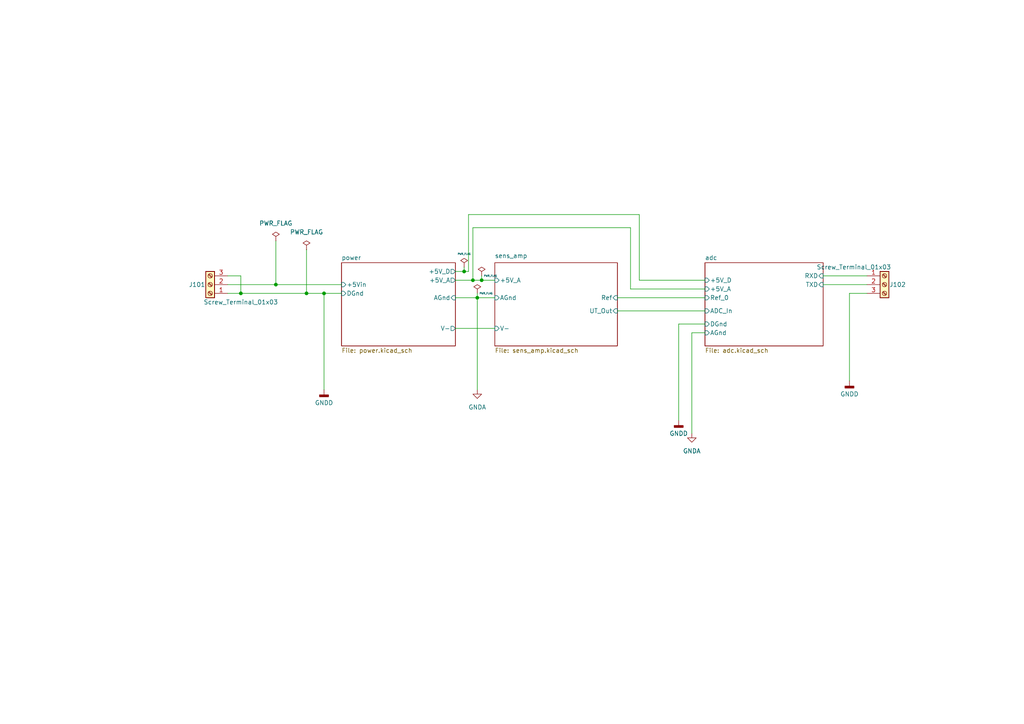
<source format=kicad_sch>
(kicad_sch (version 20231120) (generator "eeschema") (generator_version "8.0")
  (paper "A4")
  (lib_symbols
    (symbol "Connector:Screw_Terminal_01x03" (pin_names (offset 1.016) hide)
      (property "Reference" "J" (at 0 5.08 0))
      (property "Value" "Screw_Terminal_01x03" (at 0 -5.08 0))
      (symbol "Screw_Terminal_01x03_1_1"
        (rectangle (start -1.27 3.81) (end 1.27 -3.81) (stroke (width 0.254)) (fill (type background)))
        (circle (center 0 -2.54) (radius 0.635) (stroke (width 0.1524)))
        (polyline (pts (xy -0.5334 -2.2098) (xy 0.3302 -3.048)) (stroke (width 0.1524)))
        (polyline (pts (xy -0.5334 0.3302) (xy 0.3302 -0.508)) (stroke (width 0.1524)))
        (polyline (pts (xy -0.5334 2.8702) (xy 0.3302 2.032)) (stroke (width 0.1524)))
        (polyline (pts (xy -0.3556 -2.032) (xy 0.508 -2.8702)) (stroke (width 0.1524)))
        (polyline (pts (xy -0.3556 0.508) (xy 0.508 -0.3302)) (stroke (width 0.1524)))
        (polyline (pts (xy -0.3556 3.048) (xy 0.508 2.2098)) (stroke (width 0.1524)))
        (circle (center 0 0) (radius 0.635) (stroke (width 0.1524)))
        (circle (center 0 2.54) (radius 0.635) (stroke (width 0.1524)))
        (pin passive line (at -5.08 2.54 0) (length 3.81) (name "Pin_1") (number "1"))
        (pin passive line (at -5.08 0 0) (length 3.81) (name "Pin_2") (number "2"))
        (pin passive line (at -5.08 -2.54 0) (length 3.81) (name "Pin_3") (number "3"))
      )
    )
    (symbol "power:GNDA" (power) (pin_names (offset 0))
      (property "Value" "GNDA" (at 0 -3.81 0))
      (symbol "GNDA_0_1"
        (polyline (pts (xy 0 0) (xy 0 -1.27) (xy 1.27 -1.27) (xy 0 -2.54) (xy -1.27 -1.27) (xy 0 -1.27)))
      )
      (symbol "GNDA_1_1"
        (pin power_in line (at 0 0 270) (length 0) hide (name "GNDA") (number "1"))
      )
    )
    (symbol "power:GNDD" (power) (pin_names (offset 0))
      (property "Value" "GNDD" (at 0 -3.175 0))
      (symbol "GNDD_0_1"
        (rectangle (start -1.27 -1.524) (end 1.27 -2.032) (stroke (width 0.254)) (fill (type outline)))
        (polyline (pts (xy 0 0) (xy 0 -1.524)))
      )
      (symbol "GNDD_1_1"
        (pin power_in line (at 0 0 270) (length 0) hide (name "GNDD") (number "1"))
      )
    )
    (symbol "power:PWR_FLAG" (power) (pin_numbers hide) (pin_names (offset 0) hide)
      (property "Value" "PWR_FLAG" (at 0 3.81 0))
      (symbol "PWR_FLAG_0_0"
        (pin power_out line (at 0 0 90) (length 0) (name "pwr") (number "1"))
      )
      (symbol "PWR_FLAG_0_1"
        (polyline (pts (xy 0 0) (xy 0 1.27) (xy -1.016 1.905) (xy 0 2.54) (xy 1.016 1.905) (xy 0 1.27)))
      )
    )
  )
  (junction (at 80.01 82.55))
  (junction (at 69.85 85.09))
  (junction (at 88.9 85.09))
  (junction (at 139.7 81.28))
  (junction (at 93.98 85.09))
  (junction (at 138.43 86.36))
  (junction (at 134.62 78.74))
  (junction (at 137.16 81.28))
  (wire (pts (xy 137.16 66.04) (xy 182.88 66.04)))
  (wire (pts (xy 66.04 82.55) (xy 80.01 82.55)))
  (wire (pts (xy 134.62 78.74) (xy 135.89 78.74)))
  (wire (pts (xy 238.76 82.55) (xy 251.46 82.55)))
  (wire (pts (xy 196.85 93.98) (xy 196.85 121.92)))
  (wire (pts (xy 179.07 90.17) (xy 204.47 90.17)))
  (wire (pts (xy 137.16 81.28) (xy 137.16 66.04)))
  (wire (pts (xy 135.89 78.74) (xy 135.89 62.23)))
  (wire (pts (xy 179.07 86.36) (xy 204.47 86.36)))
  (wire (pts (xy 69.85 80.01) (xy 69.85 85.09)))
  (wire (pts (xy 80.01 69.85) (xy 80.01 82.55)))
  (wire (pts (xy 132.08 78.74) (xy 134.62 78.74)))
  (wire (pts (xy 138.43 85.09) (xy 138.43 86.36)))
  (wire (pts (xy 80.01 82.55) (xy 99.06 82.55)))
  (wire (pts (xy 139.7 80.01) (xy 139.7 81.28)))
  (wire (pts (xy 135.89 62.23) (xy 185.42 62.23)))
  (wire (pts (xy 132.08 86.36) (xy 138.43 86.36)))
  (wire (pts (xy 138.43 86.36) (xy 143.51 86.36)))
  (wire (pts (xy 238.76 80.01) (xy 251.46 80.01)))
  (wire (pts (xy 66.04 85.09) (xy 69.85 85.09)))
  (wire (pts (xy 185.42 62.23) (xy 185.42 81.28)))
  (wire (pts (xy 200.66 96.52) (xy 200.66 125.73)))
  (wire (pts (xy 185.42 81.28) (xy 204.47 81.28)))
  (wire (pts (xy 93.98 85.09) (xy 93.98 113.03)))
  (wire (pts (xy 69.85 85.09) (xy 88.9 85.09)))
  (wire (pts (xy 134.62 77.47) (xy 134.62 78.74)))
  (wire (pts (xy 137.16 81.28) (xy 139.7 81.28)))
  (wire (pts (xy 182.88 83.82) (xy 204.47 83.82)))
  (wire (pts (xy 182.88 66.04) (xy 182.88 83.82)))
  (wire (pts (xy 196.85 93.98) (xy 204.47 93.98)))
  (wire (pts (xy 93.98 85.09) (xy 99.06 85.09)))
  (wire (pts (xy 200.66 96.52) (xy 204.47 96.52)))
  (wire (pts (xy 138.43 86.36) (xy 138.43 113.03)))
  (wire (pts (xy 88.9 72.39) (xy 88.9 85.09)))
  (wire (pts (xy 246.38 85.09) (xy 246.38 110.49)))
  (wire (pts (xy 132.08 81.28) (xy 137.16 81.28)))
  (wire (pts (xy 139.7 81.28) (xy 143.51 81.28)))
  (wire (pts (xy 88.9 85.09) (xy 93.98 85.09)))
  (wire (pts (xy 246.38 85.09) (xy 251.46 85.09)))
  (wire (pts (xy 66.04 80.01) (xy 69.85 80.01)))
  (wire (pts (xy 132.08 95.25) (xy 143.51 95.25)))
  (symbol (lib_id "power:GNDD") (at 246.38 110.49 0) (unit 1)
    (property "Reference" "#PWR0105" (effects (hide yes)))
    (property "Value" "GNDD" (at 246.38 114.3 0))
  )
  (symbol (lib_id "power:GNDA") (at 138.43 113.03 0) (unit 1)
    (property "Reference" "#PWR0102" (effects (hide yes)))
    (property "Value" "GNDA" (at 138.43 118.11 0))
  )
  (symbol (lib_id "power:PWR_FLAG") (at 138.43 85.09 0) (unit 1)
    (property "Reference" "#FLG0104" (effects (hide yes)))
    (property "Value" "PWR_FLAG" (at 140.97 85.09 0) (effects (font (size 0.5 0.5))))
  )
  (symbol (lib_id "power:PWR_FLAG") (at 134.62 77.47 0) (unit 1)
    (property "Reference" "#FLG0103" (effects (hide yes)))
    (property "Value" "PWR_FLAG" (at 134.62 73.66 0) (effects (font (size 0.5 0.5))))
  )
  (symbol (lib_id "power:PWR_FLAG") (at 88.9 72.39 0) (unit 1)
    (property "Reference" "#FLG0102" (effects (hide yes)))
    (property "Value" "PWR_FLAG" (at 88.9 67.31 0))
  )
  (symbol (lib_id "power:GNDD") (at 93.98 113.03 0) (unit 1)
    (property "Reference" "#PWR0101" (effects (hide yes)))
    (property "Value" "GNDD" (at 93.98 116.84 0))
  )
  (symbol (lib_id "Connector:Screw_Terminal_01x03") (at 256.54 82.55 0) (unit 1)
    (property "Reference" "J102" (at 260.35 82.55 0))
    (property "Value" "Screw_Terminal_01x03" (at 247.65 77.47 0))
    (property "Footprint" "TerminalBlock_Phoenix:TerminalBlock_Phoenix_MPT-0,5-3-2.54_1x03_P2.54mm_Horizontal" (effects (hide yes)))
  )
  (symbol (lib_id "power:PWR_FLAG") (at 80.01 69.85 0) (unit 1)
    (property "Reference" "#FLG0101" (effects (hide yes)))
    (property "Value" "PWR_FLAG" (at 80.01 64.77 0))
  )
  (symbol (lib_id "power:GNDD") (at 196.85 121.92 0) (unit 1)
    (property "Reference" "#PWR0103" (effects (hide yes)))
    (property "Value" "GNDD" (at 196.85 125.73 0))
  )
  (symbol (lib_id "power:PWR_FLAG") (at 139.7 80.01 0) (unit 1)
    (property "Reference" "#FLG0105" (effects (hide yes)))
    (property "Value" "PWR_FLAG" (at 142.24 80.01 0) (effects (font (size 0.5 0.5))))
  )
  (symbol (lib_id "Connector:Screw_Terminal_01x03") (at 60.96 82.55 180) (unit 1)
    (property "Reference" "J101" (at 57.15 82.55 0))
    (property "Value" "Screw_Terminal_01x03" (at 69.85 87.63 0))
    (property "Footprint" "TerminalBlock_Phoenix:TerminalBlock_Phoenix_MPT-0,5-3-2.54_1x03_P2.54mm_Horizontal" (effects (hide yes)))
  )
  (symbol (lib_id "power:GNDA") (at 200.66 125.73 0) (unit 1)
    (property "Reference" "#PWR0104" (effects (hide yes)))
    (property "Value" "GNDA" (at 200.66 130.81 0))
  )
  (sheet (at 143.51 76.2) (size 35.56 24.13) (stroke (width 0.1524))
    (property "Sheetname" "sens_amp" (at 143.51 74.93 0) (effects (justify left bottom)))
    (property "Sheetfile" "sens_amp.kicad_sch" (at 143.51 100.9146 0) (effects (justify left top)))
    (pin "V-" input (at 143.51 95.25 180))
    (pin "AGnd" input (at 143.51 86.36 180))
    (pin "+5V_A" input (at 143.51 81.28 180))
    (pin "Ref" input (at 179.07 86.36 0))
    (pin "UT_Out" input (at 179.07 90.17 0))
  )
  (sheet (at 204.47 76.2) (size 34.29 24.13) (stroke (width 0.1524))
    (property "Sheetname" "adc" (at 204.47 75.4884 0) (effects (justify left bottom)))
    (property "Sheetfile" "adc.kicad_sch" (at 204.47 100.9146 0) (effects (justify left top)))
    (pin "Ref_0" input (at 204.47 86.36 180))
    (pin "AGnd" input (at 204.47 96.52 180))
    (pin "+5V_A" input (at 204.47 83.82 180))
    (pin "+5V_D" input (at 204.47 81.28 180))
    (pin "DGnd" input (at 204.47 93.98 180))
    (pin "RXD" input (at 238.76 80.01 0))
    (pin "TXD" input (at 238.76 82.55 0))
    (pin "ADC_In" input (at 204.47 90.17 180))
  )
  (sheet (at 99.06 76.2) (size 33.02 24.13) (stroke (width 0.1524))
    (property "Sheetname" "power" (at 99.06 75.4884 0) (effects (justify left bottom)))
    (property "Sheetfile" "power.kicad_sch" (at 99.06 100.9146 0) (effects (justify left top)))
    (pin "+5Vin" input (at 99.06 82.55 180))
    (pin "DGnd" input (at 99.06 85.09 180))
    (pin "+5V_D" output (at 132.08 78.74 0))
    (pin "+5V_A" output (at 132.08 81.28 0))
    (pin "AGnd" input (at 132.08 86.36 0))
    (pin "V-" output (at 132.08 95.25 0))
  )
)
</source>
